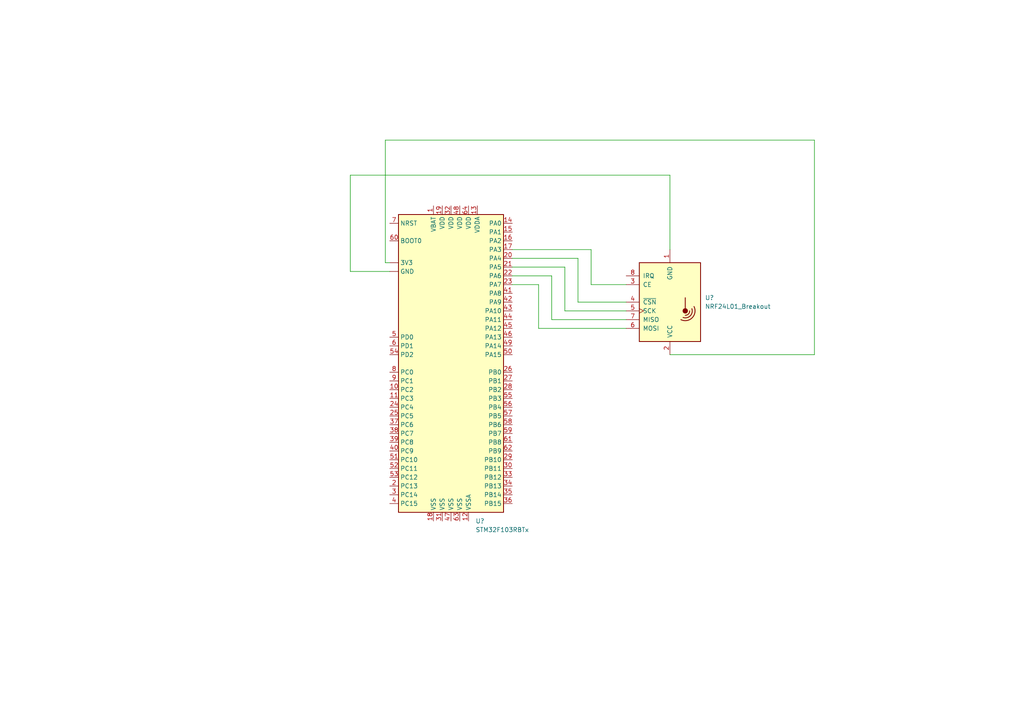
<source format=kicad_sch>
(kicad_sch (version 20211123) (generator eeschema)
  (paper "A4")
  (lib_symbols
    (symbol "MCU_ST_STM32F1:STM32F103RBTx"
      (property "Reference" "U?" (at 7.0994 -45.72 0))
      (property "Value" "STM32F103RBTx" (at 7.0994 -48.26 0))
      (symbol "STM32F103RBTx_0_1"
        (rectangle (start -15.24 -43.18) (end 15.24 43.18) (stroke (width 0.254)) (fill (type background)))
      )
      (symbol "STM32F103RBTx_1_1"
        (pin power_out line (at -17.78 29.21 0) (length 2.54) (name "3V3") (number ""))
        (pin power_out line (at -17.78 26.67 0) (length 2.54) (name "GND") (number ""))
        (pin power_in line (at -5.08 45.72 270) (length 2.54) (name "VBAT") (number "1"))
        (pin bidirectional line (at -17.78 -7.62 0) (length 2.54) (name "PC2") (number "10"))
        (pin bidirectional line (at -17.78 -10.16 0) (length 2.54) (name "PC3") (number "11"))
        (pin power_in line (at 5.08 -45.72 90) (length 2.54) (name "VSSA") (number "12"))
        (pin power_in line (at 7.62 45.72 270) (length 2.54) (name "VDDA") (number "13"))
        (pin bidirectional line (at 17.78 40.64 180) (length 2.54) (name "PA0") (number "14"))
        (pin bidirectional line (at 17.78 38.1 180) (length 2.54) (name "PA1") (number "15"))
        (pin bidirectional line (at 17.78 35.56 180) (length 2.54) (name "PA2") (number "16"))
        (pin bidirectional line (at 17.78 33.02 180) (length 2.54) (name "PA3") (number "17"))
        (pin power_in line (at -5.08 -45.72 90) (length 2.54) (name "VSS") (number "18"))
        (pin power_in line (at -2.54 45.72 270) (length 2.54) (name "VDD") (number "19"))
        (pin bidirectional line (at -17.78 -35.56 0) (length 2.54) (name "PC13") (number "2"))
        (pin bidirectional line (at 17.78 30.48 180) (length 2.54) (name "PA4") (number "20"))
        (pin bidirectional line (at 17.78 27.94 180) (length 2.54) (name "PA5") (number "21"))
        (pin bidirectional line (at 17.78 25.4 180) (length 2.54) (name "PA6") (number "22"))
        (pin bidirectional line (at 17.78 22.86 180) (length 2.54) (name "PA7") (number "23"))
        (pin bidirectional line (at -17.78 -12.7 0) (length 2.54) (name "PC4") (number "24"))
        (pin bidirectional line (at -17.78 -15.24 0) (length 2.54) (name "PC5") (number "25"))
        (pin bidirectional line (at 17.78 -2.54 180) (length 2.54) (name "PB0") (number "26"))
        (pin bidirectional line (at 17.78 -5.08 180) (length 2.54) (name "PB1") (number "27"))
        (pin bidirectional line (at 17.78 -7.62 180) (length 2.54) (name "PB2") (number "28"))
        (pin bidirectional line (at 17.78 -27.94 180) (length 2.54) (name "PB10") (number "29"))
        (pin bidirectional line (at -17.78 -38.1 0) (length 2.54) (name "PC14") (number "3"))
        (pin bidirectional line (at 17.78 -30.48 180) (length 2.54) (name "PB11") (number "30"))
        (pin power_in line (at -2.54 -45.72 90) (length 2.54) (name "VSS") (number "31"))
        (pin power_in line (at 0 45.72 270) (length 2.54) (name "VDD") (number "32"))
        (pin bidirectional line (at 17.78 -33.02 180) (length 2.54) (name "PB12") (number "33"))
        (pin bidirectional line (at 17.78 -35.56 180) (length 2.54) (name "PB13") (number "34"))
        (pin bidirectional line (at 17.78 -38.1 180) (length 2.54) (name "PB14") (number "35"))
        (pin bidirectional line (at 17.78 -40.64 180) (length 2.54) (name "PB15") (number "36"))
        (pin bidirectional line (at -17.78 -17.78 0) (length 2.54) (name "PC6") (number "37"))
        (pin bidirectional line (at -17.78 -20.32 0) (length 2.54) (name "PC7") (number "38"))
        (pin bidirectional line (at -17.78 -22.86 0) (length 2.54) (name "PC8") (number "39"))
        (pin bidirectional line (at -17.78 -40.64 0) (length 2.54) (name "PC15") (number "4"))
        (pin bidirectional line (at -17.78 -25.4 0) (length 2.54) (name "PC9") (number "40"))
        (pin bidirectional line (at 17.78 20.32 180) (length 2.54) (name "PA8") (number "41"))
        (pin bidirectional line (at 17.78 17.78 180) (length 2.54) (name "PA9") (number "42"))
        (pin bidirectional line (at 17.78 15.24 180) (length 2.54) (name "PA10") (number "43"))
        (pin bidirectional line (at 17.78 12.7 180) (length 2.54) (name "PA11") (number "44"))
        (pin bidirectional line (at 17.78 10.16 180) (length 2.54) (name "PA12") (number "45"))
        (pin bidirectional line (at 17.78 7.62 180) (length 2.54) (name "PA13") (number "46"))
        (pin power_in line (at 0 -45.72 90) (length 2.54) (name "VSS") (number "47"))
        (pin power_in line (at 2.54 45.72 270) (length 2.54) (name "VDD") (number "48"))
        (pin bidirectional line (at 17.78 5.08 180) (length 2.54) (name "PA14") (number "49"))
        (pin input line (at -17.78 7.62 0) (length 2.54) (name "PD0") (number "5"))
        (pin bidirectional line (at 17.78 2.54 180) (length 2.54) (name "PA15") (number "50"))
        (pin bidirectional line (at -17.78 -27.94 0) (length 2.54) (name "PC10") (number "51"))
        (pin bidirectional line (at -17.78 -30.48 0) (length 2.54) (name "PC11") (number "52"))
        (pin bidirectional line (at -17.78 -33.02 0) (length 2.54) (name "PC12") (number "53"))
        (pin bidirectional line (at -17.78 2.54 0) (length 2.54) (name "PD2") (number "54"))
        (pin bidirectional line (at 17.78 -10.16 180) (length 2.54) (name "PB3") (number "55"))
        (pin bidirectional line (at 17.78 -12.7 180) (length 2.54) (name "PB4") (number "56"))
        (pin bidirectional line (at 17.78 -15.24 180) (length 2.54) (name "PB5") (number "57"))
        (pin bidirectional line (at 17.78 -17.78 180) (length 2.54) (name "PB6") (number "58"))
        (pin bidirectional line (at 17.78 -20.32 180) (length 2.54) (name "PB7") (number "59"))
        (pin input line (at -17.78 5.08 0) (length 2.54) (name "PD1") (number "6"))
        (pin input line (at -17.78 35.56 0) (length 2.54) (name "BOOT0") (number "60"))
        (pin bidirectional line (at 17.78 -22.86 180) (length 2.54) (name "PB8") (number "61"))
        (pin bidirectional line (at 17.78 -25.4 180) (length 2.54) (name "PB9") (number "62"))
        (pin power_in line (at 2.54 -45.72 90) (length 2.54) (name "VSS") (number "63"))
        (pin power_in line (at 5.08 45.72 270) (length 2.54) (name "VDD") (number "64"))
        (pin input line (at -17.78 40.64 0) (length 2.54) (name "NRST") (number "7"))
        (pin bidirectional line (at -17.78 -2.54 0) (length 2.54) (name "PC0") (number "8"))
        (pin bidirectional line (at -17.78 -5.08 0) (length 2.54) (name "PC1") (number "9"))
      )
    )
    (symbol "RF:NRF24L01_Breakout" (pin_names (offset 1.016))
      (property "Reference" "U" (at -8.89 12.7 0))
      (property "Value" "NRF24L01_Breakout" (at 3.81 12.7 0))
      (symbol "NRF24L01_Breakout_0_1"
        (rectangle (start -8.89 11.43) (end 8.89 -11.43) (stroke (width 0.254)) (fill (type background)))
        (polyline (pts (xy 4.445 1.905) (xy 4.445 -1.27)) (stroke (width 0.254)))
        (circle (center 4.445 2.54) (radius 0.635) (stroke (width 0.254)) (fill (type outline)))
        (arc (start 5.715 2.54) (mid 5.3521 3.4546) (end 4.445 3.81) (stroke (width 0.254)))
        (arc (start 6.35 1.905) (mid 5.8763 3.9854) (end 3.81 4.445) (stroke (width 0.254)))
        (arc (start 6.985 1.27) (mid 6.453 4.548) (end 3.175 5.08) (stroke (width 0.254)))
      )
      (symbol "NRF24L01_Breakout_1_1"
        (pin power_in line (at 0 -15.24 90) (length 3.81) (name "GND") (number "1"))
        (pin power_in line (at 0 15.24 270) (length 3.81) (name "VCC") (number "2"))
        (pin input line (at -12.7 -5.08 0) (length 3.81) (name "CE") (number "3"))
        (pin input line (at -12.7 0 0) (length 3.81) (name "~{CSN}") (number "4"))
        (pin input clock (at -12.7 2.54 0) (length 3.81) (name "SCK") (number "5"))
        (pin input line (at -12.7 7.62 0) (length 3.81) (name "MOSI") (number "6"))
        (pin output line (at -12.7 5.08 0) (length 3.81) (name "MISO") (number "7"))
        (pin output line (at -12.7 -7.62 0) (length 3.81) (name "IRQ") (number "8"))
      )
    )
  )
  (wire (pts (xy 167.64 87.63) (xy 181.61 87.63)))
  (wire (pts (xy 111.76 76.2) (xy 113.03 76.2)))
  (wire (pts (xy 194.31 72.39) (xy 194.31 50.8)))
  (wire (pts (xy 148.59 80.01) (xy 160.02 80.01)))
  (wire (pts (xy 163.83 77.47) (xy 163.83 90.17)))
  (wire (pts (xy 194.31 50.8) (xy 101.6 50.8)))
  (wire (pts (xy 171.45 72.39) (xy 171.45 82.55)))
  (wire (pts (xy 167.64 74.93) (xy 167.64 87.63)))
  (wire (pts (xy 160.02 80.01) (xy 160.02 92.71)))
  (wire (pts (xy 111.76 40.64) (xy 111.76 76.2)))
  (wire (pts (xy 148.59 74.93) (xy 167.64 74.93)))
  (wire (pts (xy 171.45 82.55) (xy 181.61 82.55)))
  (wire (pts (xy 148.59 72.39) (xy 171.45 72.39)))
  (wire (pts (xy 101.6 78.74) (xy 113.03 78.74)))
  (wire (pts (xy 148.59 82.55) (xy 156.21 82.55)))
  (wire (pts (xy 156.21 95.25) (xy 181.61 95.25)))
  (wire (pts (xy 160.02 92.71) (xy 181.61 92.71)))
  (wire (pts (xy 101.6 50.8) (xy 101.6 78.74)))
  (wire (pts (xy 156.21 95.25) (xy 156.21 82.55)))
  (wire (pts (xy 148.59 77.47) (xy 163.83 77.47)))
  (wire (pts (xy 236.22 102.87) (xy 236.22 40.64)))
  (wire (pts (xy 236.22 40.64) (xy 111.76 40.64)))
  (wire (pts (xy 163.83 90.17) (xy 181.61 90.17)))
  (wire (pts (xy 194.31 102.87) (xy 236.22 102.87)))
  (symbol (lib_id "RF:NRF24L01_Breakout") (at 194.31 87.63 0) (mirror x) (unit 1)
    (property "Reference" "U?" (at 204.47 86.3599 0) (effects (justify left)))
    (property "Value" "NRF24L01_Breakout" (at 204.47 88.8999 0) (effects (justify left)))
    (property "Footprint" "RF_Module:nRF24L01_Breakout" (effects hide))
    (property "Datasheet" "http://www.nordicsemi.com/eng/content/download/2730/34105/file/nRF24L01_Product_Specification_v2_0.pdf" (effects hide))
  )
  (symbol (lib_id "MCU_ST_STM32F1:STM32F103RBTx") (at 130.81 105.41 0) (unit 1)
    (property "Reference" "U?" (at 137.9094 151.13 0) (effects (justify left)))
    (property "Value" "STM32F103RBTx" (at 137.9094 153.67 0) (effects (justify left)))
    (property "Footprint" "Package_QFP:LQFP-64_10x10mm_P0.5mm" (effects hide))
    (property "Datasheet" "http://www.st.com/st-web-ui/static/active/en/resource/technical/document/datasheet/CD00161566.pdf" (effects hide))
  )
)
</source>
